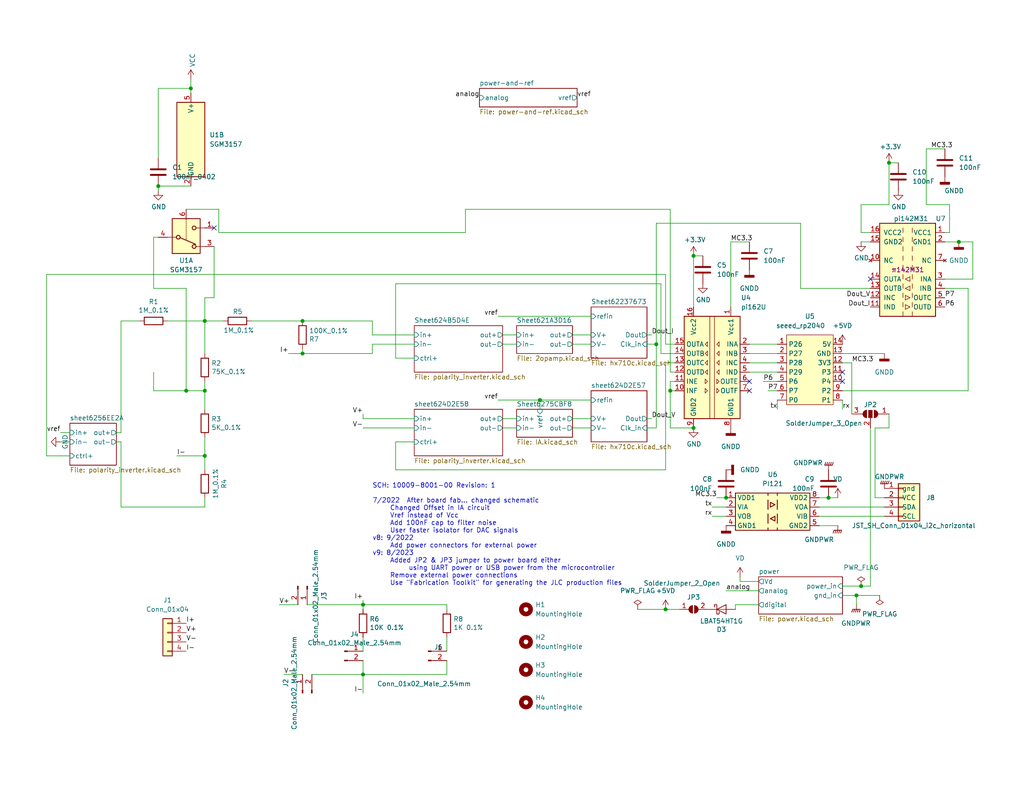
<source format=kicad_sch>
(kicad_sch (version 20230121) (generator eeschema)
  (paper "USLetter")
  (title_block (title "square lockin") (date "2023-08-21") (rev "9") (company "Boulder, CO 80305") (comment 1 "325 Broadway") (comment 2 "NIST") (comment 3 "Sae Woo Nam"))
  (lib_symbols
    (symbol "0JLC-6:100K_0.1%" (pin_numbers hide) (pin_names (offset 0))
      (property "Reference" "R" (at 2.032 0 90))
      (property "Value" "100K_0.1%" (at 0 0 90))
      (symbol "100K_0.1%_1_1"
        (pin passive line (at 0 3.81 270) (length 1.27) (name "~") (number "1"))
        (pin passive line (at 0 -3.81 90) (length 1.27) (name "~") (number "2"))
      )
    )
    (symbol "0JLC-6:100nF_0402" (pin_numbers hide) (pin_names (offset 0.254))
      (property "Reference" "C" (at 0.635 2.54 0))
      (property "Value" "100nF_0402" (at 0.635 -2.54 0))
      (symbol "100nF_0402_1_1"
        (pin passive line (at 0 3.81 270) (length 2.794) (name "~") (number "1"))
        (pin passive line (at 0 -3.81 90) (length 2.794) (name "~") (number "2"))
      )
    )
    (symbol "0JLC-6:10K" (pin_numbers hide) (pin_names (offset 0))
      (property "Reference" "R" (at 2.032 0 90))
      (property "Value" "10K" (at 0 0 90))
      (symbol "10K_1_1"
        (pin passive line (at 0 3.81 270) (length 1.27) (name "~") (number "1"))
        (pin passive line (at 0 -3.81 90) (length 1.27) (name "~") (number "2"))
      )
    )
    (symbol "0JLC-6:1K" (pin_numbers hide) (pin_names (offset 0))
      (property "Reference" "R" (at 2.032 0 90))
      (property "Value" "1K" (at 0 0 90))
      (symbol "1K_1_1"
        (pin passive line (at 0 3.81 270) (length 1.27) (name "~") (number "1"))
        (pin passive line (at 0 -3.81 90) (length 1.27) (name "~") (number "2"))
      )
    )
    (symbol "0JLC-6:1M_0.1%" (pin_numbers hide) (pin_names (offset 0))
      (property "Reference" "R" (at 2.032 0 90))
      (property "Value" "1M_0.1%" (at 0 0 90))
      (symbol "1M_0.1%_1_1"
        (pin passive line (at 0 3.81 270) (length 1.27) (name "~") (number "1"))
        (pin passive line (at 0 -3.81 90) (length 1.27) (name "~") (number "2"))
      )
    )
    (symbol "0JLC-6:5K_0.1%" (pin_numbers hide) (pin_names (offset 0))
      (property "Reference" "R" (at 2.032 0 90))
      (property "Value" "5K_0.1%" (at 0 0 90))
      (symbol "5K_0.1%_1_1"
        (pin passive line (at 0 3.81 270) (length 1.27) (name "~") (number "1"))
        (pin passive line (at 0 -3.81 90) (length 1.27) (name "~") (number "2"))
      )
    )
    (symbol "0JLC-6:75K_0.1%" (pin_numbers hide) (pin_names (offset 0))
      (property "Reference" "R" (at 2.032 0 90))
      (property "Value" "75K_0.1%" (at 0 0 90))
      (symbol "75K_0.1%_1_1"
        (pin passive line (at 0 3.81 270) (length 1.27) (name "~") (number "1"))
        (pin passive line (at 0 -3.81 90) (length 1.27) (name "~") (number "2"))
      )
    )
    (symbol "0JLC-6:Conn_01x02_Male_2.54mm" (pin_names (offset 1.016) hide)
      (property "Reference" "J" (at 0 2.54 0))
      (property "Value" "Conn_01x02_Male_2.54mm" (at 0 -5.08 0))
      (symbol "Conn_01x02_Male_2.54mm_1_1"
        (pin passive line (at 5.08 0 180) (length 3.81) (name "Pin_1") (number "1"))
        (pin passive line (at 5.08 -2.54 180) (length 3.81) (name "Pin_2") (number "2"))
      )
    )
    (symbol "0JLC-6:JST_SH_Conn_01x04_i2c_horizontal" (pin_names (offset 1.016))
      (property "Reference" "J" (at 0 5.08 0))
      (property "Value" "JST_SH_Conn_01x04_i2c_horizontal" (at 0 -7.62 0))
      (symbol "JST_SH_Conn_01x04_i2c_horizontal_1_1"
        (pin passive line (at -5.08 2.54 0) (length 3.81) (name "gnd") (number "1"))
        (pin passive line (at -5.08 0 0) (length 3.81) (name "VCC") (number "2"))
        (pin passive line (at -5.08 -2.54 0) (length 3.81) (name "SDA") (number "3"))
        (pin passive line (at -5.08 -5.08 0) (length 3.81) (name "SCL") (number "4"))
      )
    )
    (symbol "0JLC-6:PI121"
      (property "Reference" "U" (at -8.89 6.35 0))
      (property "Value" "PI121" (at 1.27 6.35 0))
      (symbol "PI121_1_1"
        (pin power_in line (at -12.7 3.81 0) (length 2.54) (name "VDD1") (number "1"))
        (pin input line (at -12.7 1.27 0) (length 2.54) (name "VIA") (number "2"))
        (pin output line (at -12.7 -1.27 0) (length 2.54) (name "VOB") (number "3"))
        (pin power_in line (at -12.7 -3.81 0) (length 2.54) (name "GND1") (number "4"))
        (pin power_in line (at 12.7 -3.81 180) (length 2.54) (name "GND2") (number "5"))
        (pin input line (at 12.7 -1.27 180) (length 2.54) (name "VIB") (number "6"))
        (pin output line (at 12.7 1.27 180) (length 2.54) (name "VOA") (number "7"))
        (pin power_in line (at 12.7 3.81 180) (length 2.54) (name "VDD2") (number "8"))
      )
    )
    (symbol "0JLC-6:pi142x3x" (pin_names (offset 1.016))
      (property "Reference" "U?" (at 0 17.78 0))
      (property "Value" "pi142x3x" (at 0 15.24 0))
      (property "MPN" "π142M31" (at 0 0 0))
      (symbol "pi142x3x_1_1"
        (pin power_in line (at -10.16 10.16 0) (length 2.54) (name "VCC1") (number "1"))
        (pin no_connect line (at 10.16 2.54 180) (length 2.54) (name "NC") (number "10"))
        (pin input line (at 10.16 -10.16 180) (length 2.54) (name "IND") (number "11"))
        (pin input line (at 10.16 -7.62 180) (length 2.54) (name "INC") (number "12"))
        (pin output line (at 10.16 -5.08 180) (length 2.54) (name "OUTB") (number "13"))
        (pin output line (at 10.16 -2.54 180) (length 2.54) (name "OUTA") (number "14"))
        (pin power_in line (at 10.16 7.62 180) (length 2.54) (name "GND2") (number "15"))
        (pin power_in line (at 10.16 10.16 180) (length 2.54) (name "VCC2") (number "16"))
        (pin power_in line (at -10.16 7.62 0) (length 2.54) (name "GND1") (number "2"))
        (pin input line (at -10.16 -2.54 0) (length 2.54) (name "INA") (number "3"))
        (pin input line (at -10.16 -5.08 0) (length 2.54) (name "INB") (number "4"))
        (pin output line (at -10.16 -7.62 0) (length 2.54) (name "OUTC") (number "5"))
        (pin output line (at -10.16 -10.16 0) (length 2.54) (name "OUTD") (number "6"))
        (pin no_connect line (at -10.16 2.54 0) (length 2.54) (name "NC") (number "7"))
        (pin passive line (at -10.16 7.62 0) (length 2.54) hide (name "GND1") (number "8"))
        (pin passive line (at 10.16 7.62 180) (length 2.54) hide (name "GND2") (number "9"))
      )
    )
    (symbol "0JLC-7:100nF" (pin_numbers hide) (pin_names (offset 0.254))
      (property "Reference" "C8" (at -3.81 -1.2701 0))
      (property "Value" "100nF" (at -3.81 1.2699 0))
      (symbol "100nF_1_1"
        (pin passive line (at 0 3.81 270) (length 2.794) (name "~") (number "1"))
        (pin passive line (at 0 -3.81 90) (length 2.794) (name "~") (number "2"))
      )
    )
    (symbol "0JLC-7:LBAT54HT1G" (pin_numbers hide) (pin_names (offset 1.016) hide)
      (property "Reference" "D1" (at -1.27 -2.54 0))
      (property "Value" "LBAT54HT1G" (at -5.08 2.54 0))
      (symbol "LBAT54HT1G_1_1"
        (pin passive line (at -3.81 0 0) (length 2.54) (name "K") (number "1"))
        (pin passive line (at 3.81 0 180) (length 2.54) (name "A") (number "2"))
      )
    )
    (symbol "0JLC-7:SGM3157" (pin_names (offset 0.127))
      (property "Reference" "U1" (at 0 5.08 0))
      (property "Value" "SGM3157" (at 0 7.62 0))
      (property "LCSC" "C394901" (at 0 0 0))
      (symbol "SGM3157_1_1"
        (pin passive line (at 7.62 -5.08 180) (length 2.54) (name "~") (number "1"))
        (pin passive line (at 7.62 0 180) (length 2.54) (name "~") (number "3"))
        (pin passive line (at -7.62 -2.54 0) (length 2.54) (name "~") (number "4"))
        (pin input line (at 0 -10.16 90) (length 2.54) (name "~") (number "6"))
      )
      (symbol "SGM3157_2_0"
        (pin power_in line (at 0 -12.7 90) (length 2.54) (name "GND") (number "2"))
        (pin power_in line (at 0 12.7 270) (length 2.54) (name "V+") (number "5"))
      )
    )
    (symbol "Analog_Switch:NC7SB3157P6X" (pin_names (offset 0.127))
      (property "Reference" "U" (at -3.175 4.699 0))
      (property "Value" "NC7SB3157P6X" (at -3.175 2.921 0))
      (symbol "NC7SB3157P6X_1_1"
        (pin passive line (at 7.62 -5.08 180) (length 2.54) (name "~") (number "1"))
        (pin passive line (at 7.62 0 180) (length 2.54) (name "~") (number "3"))
        (pin passive line (at -7.62 -2.54 0) (length 2.54) (name "~") (number "4"))
        (pin input line (at 0 -10.16 90) (length 2.54) (name "~") (number "6"))
      )
      (symbol "NC7SB3157P6X_2_0"
        (pin power_in line (at 0 -12.7 90) (length 2.54) (name "GND") (number "2"))
        (pin power_in line (at 0 12.7 270) (length 2.54) (name "V+") (number "5"))
      )
    )
    (symbol "Connector_Generic:Conn_01x04" (pin_names (offset 1.016) hide)
      (property "Reference" "J" (at 0 5.08 0))
      (property "Value" "Conn_01x04" (at 0 -7.62 0))
      (symbol "Conn_01x04_1_1"
        (pin passive line (at -5.08 2.54 0) (length 3.81) (name "Pin_1") (number "1"))
        (pin passive line (at -5.08 0 0) (length 3.81) (name "Pin_2") (number "2"))
        (pin passive line (at -5.08 -2.54 0) (length 3.81) (name "Pin_3") (number "3"))
        (pin passive line (at -5.08 -5.08 0) (length 3.81) (name "Pin_4") (number "4"))
      )
    )
    (symbol "Isolator:ISO7762DW"
      (property "Reference" "U" (at 8.255 14.605 0))
      (property "Value" "ISO7762DW" (at 8.255 12.065 0))
      (symbol "ISO7762DW_1_1"
        (pin power_in line (at -5.08 17.78 270) (length 2.54) (name "Vcc1") (number "1"))
        (pin input line (at 10.16 -5.08 180) (length 2.54) (name "INF") (number "10"))
        (pin input line (at 10.16 -2.54 180) (length 2.54) (name "INE") (number "11"))
        (pin output line (at 10.16 0 180) (length 2.54) (name "OUTD") (number "12"))
        (pin output line (at 10.16 2.54 180) (length 2.54) (name "OUTC") (number "13"))
        (pin output line (at 10.16 5.08 180) (length 2.54) (name "OUTB") (number "14"))
        (pin output line (at 10.16 7.62 180) (length 2.54) (name "OUTA") (number "15"))
        (pin power_in line (at 5.08 17.78 270) (length 2.54) (name "Vcc2") (number "16"))
        (pin input line (at -10.16 7.62 0) (length 2.54) (name "INA") (number "2"))
        (pin input line (at -10.16 5.08 0) (length 2.54) (name "INB") (number "3"))
        (pin input line (at -10.16 2.54 0) (length 2.54) (name "INC") (number "4"))
        (pin input line (at -10.16 0 0) (length 2.54) (name "IND") (number "5"))
        (pin output line (at -10.16 -2.54 0) (length 2.54) (name "OUTE") (number "6"))
        (pin output line (at -10.16 -5.08 0) (length 2.54) (name "OUTF") (number "7"))
        (pin power_in line (at -5.08 -15.24 90) (length 2.54) (name "GND1") (number "8"))
        (pin power_in line (at 5.08 -15.24 90) (length 2.54) (name "GND2") (number "9"))
      )
    )
    (symbol "Jumper:SolderJumper_2_Open" (pin_names (offset 0) hide)
      (property "Reference" "JP" (at 0 2.032 0))
      (property "Value" "SolderJumper_2_Open" (at 0 -2.54 0))
      (symbol "SolderJumper_2_Open_1_1"
        (pin passive line (at -3.81 0 0) (length 2.54) (name "A") (number "1"))
        (pin passive line (at 3.81 0 180) (length 2.54) (name "B") (number "2"))
      )
    )
    (symbol "Jumper:SolderJumper_3_Open" (pin_names (offset 0) hide)
      (property "Reference" "JP" (at -2.54 -2.54 0))
      (property "Value" "SolderJumper_3_Open" (at 0 2.794 0))
      (symbol "SolderJumper_3_Open_1_1"
        (pin passive line (at -5.08 0 0) (length 2.54) (name "A") (number "1"))
        (pin passive line (at 0 -3.81 90) (length 2.54) (name "C") (number "2"))
        (pin passive line (at 5.08 0 180) (length 2.54) (name "B") (number "3"))
      )
    )
    (symbol "Mechanical:MountingHole" (pin_names (offset 1.016))
      (property "Reference" "H" (at 0 5.08 0))
      (property "Value" "MountingHole" (at 0 3.175 0))
    )
    (symbol "power:+3.3V" (power) (pin_names (offset 0))
      (property "Value" "+3.3V" (at 0 3.556 0))
      (symbol "+3.3V_1_1"
        (pin power_in line (at 0 0 90) (length 0) hide (name "+3.3V") (number "1"))
      )
    )
    (symbol "power:+5VD" (power) (pin_names (offset 0))
      (property "Value" "+5VD" (at 0 3.556 0))
      (symbol "+5VD_1_1"
        (pin power_in line (at 0 0 90) (length 0) hide (name "+5VD") (number "1"))
      )
    )
    (symbol "power:GND" (power) (pin_names (offset 0))
      (property "Value" "GND" (at 0 -3.81 0))
      (symbol "GND_1_1"
        (pin power_in line (at 0 0 270) (length 0) hide (name "GND") (number "1"))
      )
    )
    (symbol "power:GNDD" (power) (pin_names (offset 0))
      (property "Value" "GNDD" (at 0 -3.175 0))
      (symbol "GNDD_1_1"
        (pin power_in line (at 0 0 270) (length 0) hide (name "GNDD") (number "1"))
      )
    )
    (symbol "power:GNDPWR" (power) (pin_names (offset 0))
      (property "Value" "GNDPWR" (at 0 -3.302 0))
      (symbol "GNDPWR_1_1"
        (pin power_in line (at 0 0 270) (length 0) hide (name "GNDPWR") (number "1"))
      )
    )
    (symbol "power:PWR_FLAG" (power) (pin_numbers hide) (pin_names (offset 0) hide)
      (property "Value" "PWR_FLAG" (at 0 3.81 0))
      (symbol "PWR_FLAG_0_0"
        (pin power_out line (at 0 0 90) (length 0) (name "pwr") (number "1"))
      )
    )
    (symbol "power:VCC" (power) (pin_names (offset 0))
      (property "Value" "VCC" (at 0 3.81 0))
      (symbol "VCC_1_1"
        (pin power_in line (at 0 0 90) (length 0) hide (name "VCC") (number "1"))
      )
    )
    (symbol "power:VD" (power) (pin_names (offset 0))
      (property "Value" "VD" (at 0 3.81 0))
      (symbol "VD_1_1"
        (pin power_in line (at 0 0 90) (length 0) hide (name "VD") (number "1"))
      )
    )
    (symbol "schematic_library:seeed_rp2040"
      (property "Reference" "U" (at -2.54 1.27 0))
      (property "Value" "seeed_rp2040" (at 0 3.81 0))
      (symbol "seeed_rp2040_1_1"
        (pin bidirectional line (at -8.89 -2.54 0) (length 2.54) (name "P26") (number "1"))
        (pin bidirectional line (at 8.89 -12.7 180) (length 2.54) (name "P4") (number "10"))
        (pin bidirectional line (at 8.89 -10.16 180) (length 2.54) (name "P3") (number "11"))
        (pin power_out line (at 8.89 -7.62 180) (length 2.54) (name "3V3") (number "12"))
        (pin passive line (at 8.89 -5.08 180) (length 2.54) (name "GND") (number "13"))
        (pin passive line (at 8.89 -2.54 180) (length 2.54) (name "5V") (number "14"))
        (pin bidirectional line (at -8.89 -5.08 0) (length 2.54) (name "P27") (number "2"))
        (pin bidirectional line (at -8.89 -7.62 0) (length 2.54) (name "P28") (number "3"))
        (pin bidirectional line (at -8.89 -10.16 0) (length 2.54) (name "P29") (number "4"))
        (pin bidirectional line (at -8.89 -12.7 0) (length 2.54) (name "P6") (number "5"))
        (pin bidirectional line (at -8.89 -15.24 0) (length 2.54) (name "P7") (number "6"))
        (pin bidirectional line (at -8.89 -17.78 0) (length 2.54) (name "P0") (number "7"))
        (pin bidirectional line (at 8.89 -17.78 180) (length 2.54) (name "P1") (number "8"))
        (pin bidirectional line (at 8.89 -15.24 180) (length 2.54) (name "P2") (number "9"))
      )
    )
  )
  (junction (at 242.57 44.45))
  (junction (at 182.88 106.68))
  (junction (at 82.55 87.63))
  (junction (at 99.06 184.15))
  (junction (at 233.68 162.56))
  (junction (at 198.12 135.89))
  (junction (at 261.62 66.04))
  (junction (at 55.88 87.63))
  (junction (at 43.18 50.8))
  (junction (at 99.06 165.1))
  (junction (at 147.32 109.22))
  (junction (at 52.07 24.13))
  (junction (at 55.88 124.46))
  (junction (at 179.07 93.98))
  (junction (at 189.23 116.84))
  (junction (at 50.8 106.68))
  (junction (at 55.88 106.68))
  (junction (at 181.61 166.37))
  (junction (at 82.55 96.52))
  (junction (at 189.23 69.85))
  (junction (at 226.06 135.89))
  (junction (at 234.95 160.02))
  (no_connect (at 58.42 62.23))
  (no_connect (at 229.87 104.14))
  (no_connect (at 229.87 101.6))
  (no_connect (at 237.49 76.2))
  (no_connect (at 204.47 104.14))
  (no_connect (at 204.47 106.68))
  (wire (pts (xy 121.92 165.1) (xy 121.92 166.37)))
  (wire (pts (xy 77.47 184.15) (xy 82.55 184.15)))
  (wire (pts (xy 176.53 93.98) (xy 179.07 93.98)))
  (wire (pts (xy 147.32 109.22) (xy 147.32 111.76)))
  (wire (pts (xy 194.31 140.97) (xy 198.12 140.97)))
  (wire (pts (xy 237.49 116.84) (xy 237.49 160.02)))
  (wire (pts (xy 137.16 116.84) (xy 140.97 116.84)))
  (wire (pts (xy 259.08 55.88) (xy 259.08 63.5)))
  (wire (pts (xy 33.02 120.65) (xy 33.02 138.43)))
  (wire (pts (xy 201.93 157.48) (xy 201.93 158.75)))
  (wire (pts (xy 12.7 74.93) (xy 181.61 74.93)))
  (wire (pts (xy 52.07 24.13) (xy 52.07 25.4)))
  (wire (pts (xy 176.53 114.3) (xy 177.8 114.3)))
  (wire (pts (xy 181.61 166.37) (xy 185.42 166.37)))
  (wire (pts (xy 99.06 180.34) (xy 99.06 184.15)))
  (wire (pts (xy 33.02 87.63) (xy 33.02 118.11)))
  (wire (pts (xy 199.39 66.04) (xy 204.47 66.04)))
  (wire (pts (xy 121.92 173.99) (xy 121.92 177.8)))
  (wire (pts (xy 113.03 93.98) (xy 101.6 93.98)))
  (wire (pts (xy 121.92 184.15) (xy 99.06 184.15)))
  (wire (pts (xy 265.43 76.2) (xy 265.43 66.04)))
  (wire (pts (xy 82.55 95.25) (xy 82.55 96.52)))
  (wire (pts (xy 179.07 93.98) (xy 179.07 116.84)))
  (wire (pts (xy 101.6 93.98) (xy 101.6 96.52)))
  (wire (pts (xy 50.8 78.74) (xy 41.91 78.74)))
  (wire (pts (xy 182.88 57.15) (xy 182.88 101.6)))
  (wire (pts (xy 52.07 21.59) (xy 52.07 24.13)))
  (wire (pts (xy 101.6 96.52) (xy 82.55 96.52)))
  (wire (pts (xy 233.68 162.56) (xy 240.03 162.56)))
  (wire (pts (xy 99.06 184.15) (xy 99.06 189.23)))
  (wire (pts (xy 234.95 160.02) (xy 237.49 160.02)))
  (wire (pts (xy 107.95 128.27) (xy 107.95 120.65)))
  (wire (pts (xy 55.88 81.28) (xy 55.88 87.63)))
  (wire (pts (xy 107.95 128.27) (xy 181.61 128.27)))
  (wire (pts (xy 180.34 77.47) (xy 107.95 77.47)))
  (wire (pts (xy 212.09 109.22) (xy 212.09 111.76)))
  (wire (pts (xy 113.03 114.3) (xy 99.06 114.3)))
  (wire (pts (xy 200.66 165.1) (xy 200.66 166.37)))
  (wire (pts (xy 33.02 138.43) (xy 55.88 138.43)))
  (wire (pts (xy 179.07 116.84) (xy 176.53 116.84)))
  (wire (pts (xy 55.88 87.63) (xy 55.88 96.52)))
  (wire (pts (xy 59.69 63.5) (xy 127 63.5)))
  (wire (pts (xy 48.26 124.46) (xy 55.88 124.46)))
  (wire (pts (xy 41.91 64.77) (xy 43.18 64.77)))
  (wire (pts (xy 19.05 124.46) (xy 12.7 124.46)))
  (wire (pts (xy 55.88 104.14) (xy 55.88 106.68)))
  (wire (pts (xy 209.55 106.68) (xy 212.09 106.68)))
  (wire (pts (xy 127 57.15) (xy 182.88 57.15)))
  (wire (pts (xy 41.91 78.74) (xy 41.91 64.77)))
  (wire (pts (xy 137.16 114.3) (xy 140.97 114.3)))
  (wire (pts (xy 229.87 96.52) (xy 241.3 96.52)))
  (wire (pts (xy 242.57 113.03) (xy 242.57 116.84)))
  (wire (pts (xy 198.12 161.29) (xy 207.01 161.29)))
  (wire (pts (xy 55.88 87.63) (xy 60.96 87.63)))
  (wire (pts (xy 264.16 78.74) (xy 264.16 106.68)))
  (wire (pts (xy 194.31 138.43) (xy 198.12 138.43)))
  (wire (pts (xy 127 63.5) (xy 127 57.15)))
  (wire (pts (xy 233.68 162.56) (xy 233.68 165.1)))
  (wire (pts (xy 43.18 50.8) (xy 43.18 52.07)))
  (wire (pts (xy 189.23 69.85) (xy 191.77 69.85)))
  (wire (pts (xy 218.44 60.96) (xy 179.07 60.96)))
  (wire (pts (xy 180.34 96.52) (xy 180.34 77.47)))
  (wire (pts (xy 229.87 106.68) (xy 264.16 106.68)))
  (wire (pts (xy 99.06 165.1) (xy 99.06 166.37)))
  (wire (pts (xy 99.06 114.3) (xy 99.06 113.03)))
  (wire (pts (xy 55.88 106.68) (xy 55.88 111.76)))
  (wire (pts (xy 33.02 87.63) (xy 38.1 87.63)))
  (wire (pts (xy 45.72 87.63) (xy 55.88 87.63)))
  (wire (pts (xy 173.99 166.37) (xy 181.61 166.37)))
  (wire (pts (xy 181.61 99.06) (xy 184.15 99.06)))
  (wire (pts (xy 226.06 135.89) (xy 228.6 135.89)))
  (wire (pts (xy 208.28 104.14) (xy 212.09 104.14)))
  (wire (pts (xy 43.18 43.18) (xy 43.18 24.13)))
  (wire (pts (xy 232.41 113.03) (xy 232.41 99.06)))
  (wire (pts (xy 201.93 158.75) (xy 207.01 158.75)))
  (wire (pts (xy 257.81 78.74) (xy 264.16 78.74)))
  (wire (pts (xy 242.57 44.45) (xy 245.11 44.45)))
  (wire (pts (xy 99.06 173.99) (xy 99.06 177.8)))
  (wire (pts (xy 99.06 116.84) (xy 113.03 116.84)))
  (wire (pts (xy 137.16 93.98) (xy 140.97 93.98)))
  (wire (pts (xy 252.73 40.64) (xy 252.73 55.88)))
  (wire (pts (xy 161.29 109.22) (xy 147.32 109.22)))
  (wire (pts (xy 147.32 109.22) (xy 135.89 109.22)))
  (wire (pts (xy 238.76 116.84) (xy 242.57 116.84)))
  (wire (pts (xy 101.6 87.63) (xy 101.6 91.44)))
  (wire (pts (xy 161.29 86.36) (xy 135.89 86.36)))
  (wire (pts (xy 257.81 76.2) (xy 265.43 76.2)))
  (wire (pts (xy 184.15 104.14) (xy 182.88 104.14)))
  (wire (pts (xy 229.87 160.02) (xy 234.95 160.02)))
  (wire (pts (xy 229.87 109.22) (xy 229.87 111.76)))
  (wire (pts (xy 257.81 66.04) (xy 261.62 66.04)))
  (wire (pts (xy 68.58 87.63) (xy 82.55 87.63)))
  (wire (pts (xy 181.61 74.93) (xy 181.61 93.98)))
  (wire (pts (xy 223.52 135.89) (xy 226.06 135.89)))
  (wire (pts (xy 181.61 93.98) (xy 184.15 93.98)))
  (wire (pts (xy 161.29 114.3) (xy 156.21 114.3)))
  (wire (pts (xy 237.49 78.74) (xy 218.44 78.74)))
  (wire (pts (xy 99.06 165.1) (xy 121.92 165.1)))
  (wire (pts (xy 52.07 50.8) (xy 43.18 50.8)))
  (wire (pts (xy 50.8 106.68) (xy 50.8 78.74)))
  (wire (pts (xy 58.42 67.31) (xy 58.42 81.28)))
  (wire (pts (xy 182.88 106.68) (xy 184.15 106.68)))
  (wire (pts (xy 55.88 124.46) (xy 55.88 128.27)))
  (wire (pts (xy 156.21 93.98) (xy 161.29 93.98)))
  (wire (pts (xy 218.44 78.74) (xy 218.44 60.96)))
  (wire (pts (xy 50.8 106.68) (xy 55.88 106.68)))
  (wire (pts (xy 184.15 101.6) (xy 182.88 101.6)))
  (wire (pts (xy 204.47 101.6) (xy 212.09 101.6)))
  (wire (pts (xy 229.87 162.56) (xy 233.68 162.56)))
  (wire (pts (xy 182.88 106.68) (xy 182.88 116.84)))
  (wire (pts (xy 31.75 120.65) (xy 33.02 120.65)))
  (wire (pts (xy 107.95 120.65) (xy 113.03 120.65)))
  (wire (pts (xy 184.15 96.52) (xy 180.34 96.52)))
  (wire (pts (xy 238.76 135.89) (xy 238.76 116.84)))
  (wire (pts (xy 223.52 143.51) (xy 228.6 143.51)))
  (wire (pts (xy 241.3 135.89) (xy 238.76 135.89)))
  (wire (pts (xy 161.29 91.44) (xy 156.21 91.44)))
  (wire (pts (xy 181.61 128.27) (xy 181.61 99.06)))
  (wire (pts (xy 81.28 165.1) (xy 76.2 165.1)))
  (wire (pts (xy 99.06 163.83) (xy 99.06 165.1)))
  (wire (pts (xy 242.57 44.45) (xy 242.57 55.88)))
  (wire (pts (xy 50.8 57.15) (xy 59.69 57.15)))
  (wire (pts (xy 223.52 140.97) (xy 241.3 140.97)))
  (wire (pts (xy 259.08 63.5) (xy 257.81 63.5)))
  (wire (pts (xy 31.75 118.11) (xy 33.02 118.11)))
  (wire (pts (xy 234.95 66.04) (xy 237.49 66.04)))
  (wire (pts (xy 41.91 101.6) (xy 41.91 106.68)))
  (wire (pts (xy 234.95 55.88) (xy 242.57 55.88)))
  (wire (pts (xy 16.51 118.11) (xy 19.05 118.11)))
  (wire (pts (xy 82.55 87.63) (xy 101.6 87.63)))
  (wire (pts (xy 204.47 99.06) (xy 212.09 99.06)))
  (wire (pts (xy 107.95 97.79) (xy 113.03 97.79)))
  (wire (pts (xy 41.91 106.68) (xy 50.8 106.68)))
  (wire (pts (xy 121.92 180.34) (xy 121.92 184.15)))
  (wire (pts (xy 237.49 63.5) (xy 234.95 63.5)))
  (wire (pts (xy 107.95 77.47) (xy 107.95 97.79)))
  (wire (pts (xy 177.8 91.44) (xy 176.53 91.44)))
  (wire (pts (xy 199.39 66.04) (xy 199.39 83.82)))
  (wire (pts (xy 179.07 60.96) (xy 179.07 93.98)))
  (wire (pts (xy 58.42 81.28) (xy 55.88 81.28)))
  (wire (pts (xy 252.73 55.88) (xy 259.08 55.88)))
  (wire (pts (xy 204.47 96.52) (xy 212.09 96.52)))
  (wire (pts (xy 55.88 119.38) (xy 55.88 124.46)))
  (wire (pts (xy 43.18 24.13) (xy 52.07 24.13)))
  (wire (pts (xy 195.58 135.89) (xy 198.12 135.89)))
  (wire (pts (xy 229.87 99.06) (xy 232.41 99.06)))
  (wire (pts (xy 234.95 63.5) (xy 234.95 55.88)))
  (wire (pts (xy 156.21 116.84) (xy 161.29 116.84)))
  (wire (pts (xy 85.09 184.15) (xy 99.06 184.15)))
  (wire (pts (xy 59.69 57.15) (xy 59.69 63.5)))
  (wire (pts (xy 83.82 165.1) (xy 99.06 165.1)))
  (wire (pts (xy 223.52 138.43) (xy 241.3 138.43)))
  (wire (pts (xy 78.74 96.52) (xy 82.55 96.52)))
  (wire (pts (xy 55.88 135.89) (xy 55.88 138.43)))
  (wire (pts (xy 252.73 40.64) (xy 257.81 40.64)))
  (wire (pts (xy 101.6 91.44) (xy 113.03 91.44)))
  (wire (pts (xy 189.23 69.85) (xy 189.23 83.82)))
  (wire (pts (xy 265.43 66.04) (xy 261.62 66.04)))
  (wire (pts (xy 182.88 116.84) (xy 189.23 116.84)))
  (wire (pts (xy 137.16 91.44) (xy 140.97 91.44)))
  (wire (pts (xy 12.7 124.46) (xy 12.7 74.93)))
  (wire (pts (xy 204.47 93.98) (xy 212.09 93.98)))
  (wire (pts (xy 207.01 165.1) (xy 200.66 165.1)))
  (wire (pts (xy 16.51 120.65) (xy 19.05 120.65)))
  (wire (pts (xy 182.88 104.14) (xy 182.88 106.68)))
  (text "SCH: 10009-8001-00 Revision: 1\n\n7/2022  After board fab... changed schematic \n	Changed Offset in IA circuit\n   	Vref instead of Vcc\n   	Add 100nF cap to filter noise\n	User faster isolator for DAC signals\nv8: 9/2022\n	Add power connectors for external power\nv9: 8/2023\n	Added JP2 & JP3 jumper to power board either \n     	using UART power or USB power from the microcontroller\n	Remove external power connections\n	Use \"Fabrication Toolkit\" for generating the JLC production files" (at 101.6 160.02 0) (effects (font (size 1.27 1.27)) (justify left bottom)))
  (label "Dout_V" (at 237.49 81.28 180))
  (label "vref" (at 135.89 86.36 180))
  (label "I-" (at 50.8 177.8 0))
  (label "Dout_I" (at 177.8 91.44 0))
  (label "V-" (at 99.06 116.84 180))
  (label "P7" (at 209.55 106.68 0))
  (label "MC3.3" (at 199.39 66.04 0))
  (label "analog" (at 198.12 161.29 0))
  (label "V+" (at 99.06 113.03 180))
  (label "I+" (at 99.06 163.83 180))
  (label "I+" (at 78.74 96.52 180))
  (label "tx" (at 194.31 138.43 180))
  (label "rx" (at 194.31 140.97 180))
  (label "V-" (at 77.47 184.15 0))
  (label "I-" (at 48.26 124.46 0))
  (label "Dout_V" (at 177.8 114.3 0))
  (label "I+" (at 50.8 170.18 0))
  (label "analog" (at 130.81 26.67 180))
  (label "MC3.3" (at 254 40.64 0))
  (label "vref" (at 16.51 118.11 180))
  (label "V-" (at 50.8 175.26 0))
  (label "P7" (at 257.81 81.28 0))
  (label "vref" (at 135.89 109.22 180))
  (label "P6" (at 208.28 104.14 0))
  (label "Dout_I" (at 237.49 83.82 180))
  (label "rx" (at 229.87 111.76 0))
  (label "I-" (at 99.06 189.23 180))
  (label "V+" (at 76.2 165.1 0))
  (label "P6" (at 257.81 83.82 0))
  (label "vref" (at 157.48 26.67 0))
  (label "V+" (at 50.8 172.72 0))
  (label "tx" (at 212.09 111.76 180))
  (label "MC3.3" (at 195.58 135.89 180))
  (label "MC3.3" (at 232.41 99.06 0))
  (symbol (lib_id "0JLC-6:1M_0.1%") (at 41.91 87.63 270) (unit 1)
    (property "Reference" "R1" (at 41.91 82.3722 90))
    (property "Value" "1M_0.1%" (at 41.91 84.6836 90))
    (property "Footprint" "Resistor_SMD:R_1206_3216Metric_Pad1.30x1.75mm_HandSolder" (effects hide))
    (property "LCSC" "C2984499" (effects hide))
    (property "MPN" "ARG06BTC1004" (effects hide))
  )
  (symbol (lib_id "0JLC-6:1M_0.1%") (at 55.88 132.08 180) (unit 1)
    (property "Reference" "R4" (at 61.1378 132.08 90))
    (property "Value" "1M_0.1%" (at 58.8264 132.08 90))
    (property "Footprint" "Resistor_SMD:R_1206_3216Metric_Pad1.30x1.75mm_HandSolder" (effects hide))
    (property "LCSC" "C2984499" (effects hide))
    (property "MPN" "ARG06BTC1004" (effects hide))
  )
  (symbol (lib_id "0JLC-6:1M_0.1%") (at 64.77 87.63 270) (unit 1)
    (property "Reference" "R5" (at 63.5 85.09 90) (effects (justify left)))
    (property "Value" "1M_0.1%" (at 60.96 90.17 90) (effects (justify left)))
    (property "Footprint" "Resistor_SMD:R_1206_3216Metric_Pad1.30x1.75mm_HandSolder" (effects hide))
    (property "LCSC" "C2984499" (effects hide))
    (property "MPN" "ARG06BTC1004" (effects hide))
  )
  (symbol (lib_id "0JLC-6:75K_0.1%") (at 55.88 100.33 0) (unit 1)
    (property "Reference" "R2" (at 57.658 99.1616 0) (effects (justify left)))
    (property "Value" "75K_0.1%" (at 57.658 101.473 0) (effects (justify left)))
    (property "Footprint" "Resistor_SMD:R_0805_2012Metric_Pad1.20x1.40mm_HandSolder" (effects hide))
    (property "MPN" "TC0525B7502T5E" (effects hide))
    (property "LCSC" "C111588" (effects hide))
  )
  (symbol (lib_id "0JLC-6:10K") (at 99.06 170.18 0) (unit 1)
    (property "Reference" "R6" (at 100.838 169.0116 0) (effects (justify left)))
    (property "Value" "10K 0.1%" (at 100.838 171.323 0) (effects (justify left)))
    (property "Footprint" "Resistor_SMD:R_0603_1608Metric_Pad0.98x0.95mm_HandSolder" (effects hide))
    (property "LCSC" "C723396" (effects hide))
    (property "MPN" "AT0603BRD0710KL" (effects hide))
  )
  (symbol (lib_id "0JLC-6:Conn_01x02_Male_2.54mm") (at 93.98 177.8 0) (unit 1)
    (property "Reference" "J4" (at 96.7232 173.2026 0))
    (property "Value" "Conn_01x02_Male_2.54mm" (at 96.7232 175.514 0))
    (property "Footprint" "Connector_PinHeader_2.54mm:PinHeader_1x02_P2.54mm_Vertical" (effects hide))
    (property "LCSC" "C358684" (effects hide))
    (property "MPN" "MTP125-1102S1" (effects hide))
    (property "JLCPCB Rotation Offset" "90" (effects hide))
    (property "JLCPCB Position Offset" "-1.27, 0" (effects hide))
  )
  (symbol (lib_id "0JLC-6:Conn_01x02_Male_2.54mm") (at 116.84 177.8 0) (unit 1)
    (property "Reference" "J6" (at 118.4148 176.6824 0) (effects (justify left)))
    (property "Value" "Conn_01x02_Male_2.54mm" (at 102.87 186.69 0) (effects (justify left)))
    (property "Footprint" "Connector_PinHeader_2.54mm:PinHeader_1x02_P2.54mm_Vertical" (effects hide))
    (property "LCSC" "C358684" (effects hide))
    (property "MPN" "MTP125-1102S1" (effects hide))
    (property "JLCPCB Rotation Offset" "90" (effects hide))
    (property "JLCPCB Position Offset" "-1.27, 0" (effects hide))
  )
  (symbol (lib_id "power:GND") (at 16.51 120.65 270) (unit 1)
    (property "Reference" "#PWR01" (effects hide))
    (property "Value" "GND" (at 17.78 120.65 0))
  )
  (symbol (lib_id "0JLC-6:5K_0.1%") (at 55.88 115.57 0) (unit 1)
    (property "Reference" "R3" (at 57.658 114.4016 0) (effects (justify left)))
    (property "Value" "5K_0.1%" (at 57.658 116.713 0) (effects (justify left)))
    (property "Footprint" "Resistor_SMD:R_0805_2012Metric_Pad1.20x1.40mm_HandSolder" (effects hide))
    (property "LCSC" "C2828700" (effects hide))
    (property "MPN" "TC0525B5001T5E" (effects hide))
    (property "Field5" "C78980 ; C2828700" (effects hide))
  )
  (symbol (lib_id "0JLC-6:100K_0.1%") (at 82.55 91.44 0) (mirror x) (unit 1)
    (property "Reference" "R7" (at 84.328 92.6084 0) (effects (justify left)))
    (property "Value" "100K_0.1%" (at 84.328 90.297 0) (effects (justify left)))
    (property "Footprint" "Resistor_SMD:R_0603_1608Metric_Pad0.98x0.95mm_HandSolder" (effects hide))
    (property "MPN" "RT0603BRD07100KL" (effects hide))
    (property "LCSC" "C122538" (effects hide))
  )
  (symbol (lib_id "0JLC-6:1K") (at 121.92 170.18 0) (unit 1)
    (property "Reference" "R8" (at 123.698 169.0116 0) (effects (justify left)))
    (property "Value" "1K 0.1%" (at 123.698 171.323 0) (effects (justify left)))
    (property "Footprint" "Resistor_SMD:R_0603_1608Metric_Pad0.98x0.95mm_HandSolder" (effects hide))
    (property "LCSC" "C328422" (effects hide))
    (property "MPN" "PTFR0603B1K00P9" (effects hide))
  )
  (symbol (lib_id "0JLC-6:Conn_01x02_Male_2.54mm") (at 83.82 160.02 270) (unit 1)
    (property "Reference" "J3" (at 88.4174 162.7632 0))
    (property "Value" "Conn_01x02_Male_2.54mm" (at 86.106 162.7632 0))
    (property "Footprint" "Connector_PinHeader_2.54mm:PinHeader_1x02_P2.54mm_Vertical" (effects hide))
    (property "LCSC" "C358684" (effects hide))
    (property "MPN" "MTP125-1102S1" (effects hide))
    (property "JLCPCB Rotation Offset" "90" (effects hide))
    (property "JLCPCB Position Offset" "-1.27, 0" (effects hide))
  )
  (symbol (lib_id "0JLC-6:Conn_01x02_Male_2.54mm") (at 82.55 189.23 90) (unit 1)
    (property "Reference" "J2" (at 77.9526 186.4868 0))
    (property "Value" "Conn_01x02_Male_2.54mm" (at 80.264 186.4868 0))
    (property "Footprint" "Connector_PinHeader_2.54mm:PinHeader_1x02_P2.54mm_Vertical" (effects hide))
    (property "LCSC" "C358684" (effects hide))
    (property "MPN" "MTP125-1102S1" (effects hide))
    (property "JLCPCB Rotation Offset" "90" (effects hide))
    (property "JLCPCB Position Offset" "-1.27, 0" (effects hide))
  )
  (symbol (lib_id "power:+5VD") (at 229.87 93.98 0) (unit 1)
    (property "Reference" "#PWR019" (effects hide))
    (property "Value" "+5VD" (at 229.87 88.9 0))
  )
  (symbol (lib_id "0JLC-6:PI121") (at 210.82 139.7 0) (unit 1)
    (property "Reference" "U6" (at 210.82 129.54 0))
    (property "Value" "PI121" (at 210.82 132.08 0))
    (property "Footprint" "Package_SO:SOIC-8_3.9x4.9mm_P1.27mm" (effects hide))
    (property "Datasheet" "https://datasheet.lcsc.com/lcsc/2001131822_2Pai-Semi-%CF%80121U31_C471589.pdf" (effects hide))
    (property "LCSC" "C471589" (effects hide))
    (property "MPN" "π121U31" (effects hide))
    (property "JLCPCB Rotation Offset" "-90" (effects hide))
  )
  (symbol (lib_id "power:GND") (at 245.11 52.07 0) (unit 1)
    (property "Reference" "#PWR025" (effects hide))
    (property "Value" "GND" (at 245.237 56.4642 0))
  )
  (symbol (lib_id "power:GND") (at 234.95 66.04 0) (unit 1)
    (property "Reference" "#PWR021" (effects hide))
    (property "Value" "GND" (at 235.077 70.4342 0))
  )
  (symbol (lib_id "power:GNDPWR") (at 241.3 133.35 180) (unit 1)
    (property "Reference" "#PWR028" (effects hide))
    (property "Value" "GNDPWR" (at 242.697 130.175 0))
  )
  (symbol (lib_id "power:GNDD") (at 241.3 96.52 0) (unit 1)
    (property "Reference" "#PWR022" (effects hide))
    (property "Value" "GNDD" (at 241.3 101.6 0))
  )
  (symbol (lib_id "power:PWR_FLAG") (at 240.03 162.56 180) (unit 1)
    (property "Reference" "#FLG04" (effects hide))
    (property "Value" "PWR_FLAG" (at 240.03 167.64 0))
  )
  (symbol (lib_id "0JLC-7:SGM3157") (at 50.8 67.31 0) (mirror x) (unit 1)
    (property "Reference" "U1" (at 50.8 71.12 0))
    (property "Value" "SGM3157" (at 50.8 73.66 0))
    (property "Footprint" "Package_TO_SOT_SMD:SOT-363_SC-70-6" (effects hide))
    (property "Datasheet" "https://datasheet.lcsc.com/lcsc/2208251500_UMW-Youtai-Semiconductor-Co---Ltd--SGM3157_C394901.pdf" (effects hide))
    (property "LCSC" "C394901" (effects hide))
    (property "JLCPCB Rotation Offset" "-90" (effects hide))
  )
  (symbol (lib_id "Jumper:SolderJumper_3_Open") (at 237.49 113.03 0) (mirror y) (unit 1) (in_bom no)
    (property "Reference" "JP2" (at 237.49 110.49 0))
    (property "Value" "SolderJumper_3_Open" (at 224.79 115.57 0))
    (property "Footprint" "Jumper:SolderJumper-3_P1.3mm_Open_Pad1.0x1.5mm" (effects hide))
  )
  (symbol (lib_id "Analog_Switch:NC7SB3157P6X") (at 52.07 38.1 0) (unit 2)
    (property "Reference" "U1" (at 57.15 36.83 0) (effects (justify left)))
    (property "Value" "SGM3157" (at 57.15 39.37 0) (effects (justify left)))
    (property "Footprint" "Package_TO_SOT_SMD:SOT-363_SC-70-6" (effects hide))
    (property "Datasheet" "https://www.onsemi.com/pub/Collateral/NC7SB3157-D.PDF" (effects hide))
    (property "JLCPCB Rotation Offset" "-90" (effects hide))
  )
  (symbol (lib_id "0JLC-6:JST_SH_Conn_01x04_i2c_horizontal") (at 246.38 135.89 0) (unit 1)
    (property "Reference" "J8" (at 252.73 135.8899 0) (effects (justify left)))
    (property "Value" "JST_SH_Conn_01x04_i2c_horizontal" (at 232.41 143.51 0) (effects (justify left)))
    (property "Footprint" "Connector_JST:JST_SH_SM04B-SRSS-TB_1x04-1MP_P1.00mm_Horizontal" (effects hide))
    (property "LCSC" "C371571" (effects hide))
    (property "MPN" "A1001WR-S" (effects hide))
  )
  (symbol (lib_id "power:GND") (at 43.18 52.07 0) (unit 1)
    (property "Reference" "#PWR02" (effects hide))
    (property "Value" "GND" (at 43.307 56.4642 0))
  )
  (symbol (lib_id "power:GNDPWR") (at 233.68 165.1 0) (unit 1)
    (property "Reference" "#PWR020" (effects hide))
    (property "Value" "GNDPWR" (at 233.553 170.18 0))
  )
  (symbol (lib_id "0JLC-7:100nF") (at 204.47 69.85 0) (unit 1)
    (property "Reference" "C7" (at 208.28 68.58 0) (effects (justify left)))
    (property "Value" "100nF" (at 208.28 71.12 0) (effects (justify left)))
    (property "Footprint" "Capacitor_SMD:C_0603_1608Metric_Pad1.08x0.95mm_HandSolder" (effects hide))
    (property "LCSC" "C14663" (effects hide))
    (property "MPN" "CC0603KRX7R9BB104" (effects hide))
  )
  (symbol (lib_id "power:GNDD") (at 204.47 73.66 0) (unit 1)
    (property "Reference" "#PWR016" (effects hide))
    (property "Value" "GNDD" (at 204.47 78.74 0))
  )
  (symbol (lib_id "Jumper:SolderJumper_2_Open") (at 189.23 166.37 0) (unit 1) (in_bom no)
    (property "Reference" "JP3" (at 189.23 163.0512 0))
    (property "Value" "SolderJumper_2_Open" (at 186.055 159.2381 0))
    (property "Footprint" "Jumper:SolderJumper-2_P1.3mm_Open_Pad1.0x1.5mm" (effects hide))
  )
  (symbol (lib_id "Mechanical:MountingHole") (at 143.51 175.26 0) (unit 1) (in_bom no)
    (property "Reference" "H2" (at 146.05 173.9899 0) (effects (justify left)))
    (property "Value" "MountingHole" (at 146.05 176.5299 0) (effects (justify left)))
    (property "Footprint" "MountingHole:MountingHole_3.2mm_M3_Pad" (effects hide))
  )
  (symbol (lib_id "0JLC-7:100nF") (at 226.06 132.08 0) (mirror x) (unit 1)
    (property "Reference" "C9" (at 222.25 130.81 0) (effects (justify right)))
    (property "Value" "100nF" (at 222.25 133.35 0) (effects (justify right)))
    (property "Footprint" "Capacitor_SMD:C_0603_1608Metric_Pad1.08x0.95mm_HandSolder" (effects hide))
    (property "LCSC" "C14663" (effects hide))
    (property "MPN" "CC0603KRX7R9BB104" (effects hide))
  )
  (symbol (lib_id "0JLC-6:pi142x3x") (at 247.65 73.66 0) (mirror y) (unit 1)
    (property "Reference" "U7" (at 255.27 59.69 0) (effects (justify right)))
    (property "Value" "pi142M31" (at 243.84 59.69 0) (effects (justify right)))
    (property "Footprint" "Package_SO:SOIC-16_3.9x9.9mm_P1.27mm" (effects hide))
    (property "LCSC" "C471606" (effects hide))
    (property "MPN" "π142M31" (at 247.65 73.66 0))
    (property "JLCPCB Rotation Offset" "-90" (effects hide))
  )
  (symbol (lib_id "0JLC-6:100nF_0402") (at 43.18 46.99 0) (unit 1)
    (property "Reference" "C1" (at 46.99 45.7199 0) (effects (justify left)))
    (property "Value" "100nF_0402" (at 46.99 48.2599 0) (effects (justify left)))
    (property "Footprint" "Capacitor_SMD:C_0402_1005Metric" (effects hide))
    (property "LCSC" "C1525" (effects hide))
    (property "MPN" "CL05B104KO5NNNC" (effects hide))
  )
  (symbol (lib_id "Mechanical:MountingHole") (at 143.51 191.77 0) (unit 1) (in_bom no)
    (property "Reference" "H4" (at 146.05 190.4999 0) (effects (justify left)))
    (property "Value" "MountingHole" (at 146.05 193.0399 0) (effects (justify left)))
    (property "Footprint" "MountingHole:MountingHole_3.2mm_M3_Pad" (effects hide))
  )
  (symbol (lib_id "power:PWR_FLAG") (at 234.95 160.02 0) (unit 1)
    (property "Reference" "#FLG03" (effects hide))
    (property "Value" "PWR_FLAG" (at 234.95 154.94 0))
  )
  (symbol (lib_id "power:+3.3V") (at 242.57 44.45 0) (unit 1)
    (property "Reference" "#PWR023" (effects hide))
    (property "Value" "+3.3V" (at 242.951 40.0558 0))
  )
  (symbol (lib_id "power:GND") (at 191.77 77.47 0) (unit 1)
    (property "Reference" "#PWR012" (effects hide))
    (property "Value" "GND" (at 191.897 81.8642 0))
  )
  (symbol (lib_id "0JLC-7:100nF") (at 191.77 73.66 0) (unit 1)
    (property "Reference" "C5" (at 195.58 72.39 0) (effects (justify left)))
    (property "Value" "100nF" (at 195.58 74.93 0) (effects (justify left)))
    (property "Footprint" "Capacitor_SMD:C_0603_1608Metric_Pad1.08x0.95mm_HandSolder" (effects hide))
    (property "LCSC" "C14663" (effects hide))
    (property "MPN" "CC0603KRX7R9BB104" (effects hide))
  )
  (symbol (lib_id "Connector_Generic:Conn_01x04") (at 45.72 172.72 0) (mirror y) (unit 1)
    (property "Reference" "J1" (at 45.72 163.83 0))
    (property "Value" "Conn_01x04" (at 45.72 166.37 0))
    (property "Footprint" "Connector_JST:JST_SH_SM04B-SRSS-TB_1x04-1MP_P1.00mm_Horizontal" (effects hide))
    (property "LCSC" "C371571" (effects hide))
    (property "MPN" "A1001WR-S" (effects hide))
  )
  (symbol (lib_id "power:GNDPWR") (at 228.6 143.51 0) (unit 1)
    (property "Reference" "#PWR027" (effects hide))
    (property "Value" "GNDPWR" (at 223.52 147.32 0))
  )
  (symbol (lib_id "power:VD") (at 228.6 135.89 0) (unit 1)
    (property "Reference" "#PWR026" (effects hide))
    (property "Value" "VD" (at 228.6 130.81 0))
  )
  (symbol (lib_id "0JLC-7:100nF") (at 257.81 44.45 0) (unit 1)
    (property "Reference" "C11" (at 261.62 43.18 0) (effects (justify left)))
    (property "Value" "100nF" (at 261.62 45.72 0) (effects (justify left)))
    (property "Footprint" "Capacitor_SMD:C_0603_1608Metric_Pad1.08x0.95mm_HandSolder" (effects hide))
    (property "LCSC" "C14663" (effects hide))
    (property "MPN" "CC0603KRX7R9BB104" (effects hide))
  )
  (symbol (lib_id "0JLC-7:LBAT54HT1G") (at 196.85 166.37 0) (unit 1)
    (property "Reference" "D3" (at 196.85 171.8564 0))
    (property "Value" "LBAT54HT1G" (at 196.85 169.545 0))
    (property "Footprint" "Diode_SMD:D_SOD-323" (effects hide))
    (property "LCSC" "C12744" (effects hide))
    (property "Field5" "LBAT54HT1G" (effects hide))
  )
  (symbol (lib_id "power:GNDD") (at 199.39 116.84 0) (unit 1)
    (property "Reference" "#PWR014" (effects hide))
    (property "Value" "GNDD" (at 199.39 121.92 0))
  )
  (symbol (lib_id "Mechanical:MountingHole") (at 143.51 182.88 0) (unit 1) (in_bom no)
    (property "Reference" "H3" (at 146.05 181.6099 0) (effects (justify left)))
    (property "Value" "MountingHole" (at 146.05 184.1499 0) (effects (justify left)))
    (property "Footprint" "MountingHole:MountingHole_3.2mm_M3_Pad" (effects hide))
  )
  (symbol (lib_id "power:PWR_FLAG") (at 173.99 166.37 0) (unit 1)
    (property "Reference" "#FLG02" (effects hide))
    (property "Value" "PWR_FLAG" (at 173.99 161.29 0))
  )
  (symbol (lib_id "power:GNDPWR") (at 226.06 128.27 180) (unit 1)
    (property "Reference" "#PWR024" (effects hide))
    (property "Value" "GNDPWR" (at 220.472 126.365 0))
  )
  (symbol (lib_id "power:GNDD") (at 261.62 66.04 0) (unit 1)
    (property "Reference" "#PWR030" (effects hide))
    (property "Value" "GNDD" (at 261.62 71.12 0))
  )
  (symbol (lib_id "power:+5VD") (at 181.61 166.37 0) (unit 1)
    (property "Reference" "#PWR013" (effects hide))
    (property "Value" "+5VD" (at 181.61 161.29 0))
  )
  (symbol (lib_id "0JLC-7:100nF") (at 198.12 132.08 0) (mirror x) (unit 1)
    (property "Reference" "C8" (at 194.31 130.81 0) (effects (justify right)))
    (property "Value" "100nF" (at 194.31 133.35 0) (effects (justify right)))
    (property "Footprint" "Capacitor_SMD:C_0603_1608Metric_Pad1.08x0.95mm_HandSolder" (effects hide))
    (property "LCSC" "C14663" (effects hide))
    (property "MPN" "CC0603KRX7R9BB104" (effects hide))
  )
  (symbol (lib_id "schematic_library:seeed_rp2040") (at 220.98 91.44 0) (unit 1) (in_bom no)
    (property "Reference" "U5" (at 220.98 86.36 0))
    (property "Value" "seeed_rp2040" (at 218.44 88.9 0))
    (property "Footprint" "0project:DIP-XIAO-QTPY" (effects hide))
  )
  (symbol (lib_id "Isolator:ISO7762DW") (at 194.31 101.6 0) (mirror y) (unit 1)
    (property "Reference" "U4" (at 202.1587 81.28 0) (effects (justify right)))
    (property "Value" "pi162U" (at 202.1587 83.82 0) (effects (justify right)))
    (property "Footprint" "Package_SO:SOIC-16_3.9x9.9mm_P1.27mm" (effects hide))
    (property "Datasheet" "https://www.ti.com/lit/ds/symlink/iso7763.pdf" (effects hide))
    (property "LCSC" "C471609" (effects hide))
    (property "JLCPCB Rotation Offset" "-90" (effects hide))
  )
  (symbol (lib_id "power:GNDD") (at 198.12 128.27 90) (unit 1)
    (property "Reference" "#PWR017" (effects hide))
    (property "Value" "GNDD" (at 201.93 128.2699 90) (effects (justify right)))
  )
  (symbol (lib_id "power:VCC") (at 52.07 21.59 0) (unit 1)
    (property "Reference" "#PWR03" (effects hide))
    (property "Value" "VCC" (at 52.5272 18.3642 90) (effects (justify left)))
  )
  (symbol (lib_id "power:GND") (at 189.23 116.84 0) (unit 1)
    (property "Reference" "#PWR011" (effects hide))
    (property "Value" "GND" (at 189.357 121.2342 0))
  )
  (symbol (lib_id "power:VD") (at 201.93 157.48 0) (unit 1)
    (property "Reference" "#PWR015" (effects hide))
    (property "Value" "VD" (at 201.93 152.4 0))
  )
  (symbol (lib_id "power:GNDD") (at 198.12 143.51 0) (unit 1)
    (property "Reference" "#PWR018" (effects hide))
    (property "Value" "GNDD" (at 198.12 148.59 0))
  )
  (symbol (lib_id "power:+3.3V") (at 189.23 69.85 0) (unit 1)
    (property "Reference" "#PWR010" (effects hide))
    (property "Value" "+3.3V" (at 189.611 65.4558 0))
  )
  (symbol (lib_id "power:GNDD") (at 257.81 48.26 0) (unit 1)
    (property "Reference" "#PWR029" (effects hide))
    (property "Value" "GNDD" (at 260.35 52.07 0))
  )
  (symbol (lib_id "0JLC-7:100nF") (at 245.11 48.26 0) (unit 1)
    (property "Reference" "C10" (at 248.92 46.99 0) (effects (justify left)))
    (property "Value" "100nF" (at 248.92 49.53 0) (effects (justify left)))
    (property "Footprint" "Capacitor_SMD:C_0603_1608Metric_Pad1.08x0.95mm_HandSolder" (effects hide))
    (property "LCSC" "C14663" (effects hide))
    (property "MPN" "CC0603KRX7R9BB104" (effects hide))
  )
  (symbol (lib_id "Mechanical:MountingHole") (at 143.51 166.37 0) (unit 1) (in_bom no)
    (property "Reference" "H1" (at 146.05 165.0999 0) (effects (justify left)))
    (property "Value" "MountingHole" (at 146.05 167.6399 0) (effects (justify left)))
    (property "Footprint" "MountingHole:MountingHole_3.2mm_M3_Pad" (effects hide))
  )
  (sheet (at 140.97 88.9) (size 15.24 7.62)
    (property "Sheetname" "Sheet621A3D16" (at 140.97 88.1884 0) (effects (justify left bottom)))
    (property "Sheetfile" "2opamp.kicad_sch" (at 140.97 97.1046 0) (effects (justify left top)))
    (pin "in+" input (at 140.97 91.44 180))
    (pin "out+" output (at 156.21 91.44 0))
    (pin "out-" output (at 156.21 93.98 0))
    (pin "in-" input (at 140.97 93.98 180))
  )
  (sheet (at 161.29 83.82) (size 15.24 13.97)
    (property "Sheetname" "Sheet62237673" (at 161.29 83.1084 0) (effects (justify left bottom)))
    (property "Sheetfile" "hx710c.kicad_sch" (at 161.29 98.3746 0) (effects (justify left top)))
    (pin "refin" input (at 161.29 86.36 180))
    (pin "V+" input (at 161.29 91.44 180))
    (pin "V-" input (at 161.29 93.98 180))
    (pin "Clk_in" input (at 176.53 93.98 0))
    (pin "Dout" output (at 176.53 91.44 0))
  )
  (sheet (at 113.03 88.9) (size 24.13 12.7)
    (property "Sheetname" "Sheet624B5D4E" (at 113.03 88.1884 0) (effects (justify left bottom)))
    (property "Sheetfile" "polarity_inverter.kicad_sch" (at 113.03 102.1846 0) (effects (justify left top)))
    (pin "in+" input (at 113.03 91.44 180))
    (pin "in-" input (at 113.03 93.98 180))
    (pin "ctrl+" input (at 113.03 97.79 180))
    (pin "out+" output (at 137.16 91.44 0))
    (pin "out-" output (at 137.16 93.98 0))
  )
  (sheet (at 161.29 106.68) (size 15.24 13.97)
    (property "Sheetname" "sheet624D2E57" (at 161.29 105.9684 0) (effects (justify left bottom)))
    (property "Sheetfile" "hx710c.kicad_sch" (at 161.29 121.2346 0) (effects (justify left top)))
    (pin "refin" input (at 161.29 109.22 180))
    (pin "V+" input (at 161.29 114.3 180))
    (pin "V-" input (at 161.29 116.84 180))
    (pin "Clk_in" input (at 176.53 116.84 0))
    (pin "Dout" output (at 176.53 114.3 0))
  )
  (sheet (at 113.03 111.76) (size 24.13 12.7)
    (property "Sheetname" "sheet624D2E58" (at 113.03 111.0484 0) (effects (justify left bottom)))
    (property "Sheetfile" "polarity_inverter.kicad_sch" (at 113.03 125.0446 0) (effects (justify left top)))
    (pin "in+" input (at 113.03 114.3 180))
    (pin "in-" input (at 113.03 116.84 180))
    (pin "ctrl+" input (at 113.03 120.65 180))
    (pin "out+" output (at 137.16 114.3 0))
    (pin "out-" output (at 137.16 116.84 0))
  )
  (sheet (at 19.05 115.57) (size 12.7 11.43)
    (property "Sheetname" "sheet6256EE2A" (at 19.05 114.8584 0) (effects (justify left bottom)))
    (property "Sheetfile" "polarity_inverter.kicad_sch" (at 19.05 127.5846 0) (effects (justify left top)))
    (pin "in+" input (at 19.05 118.11 180))
    (pin "in-" input (at 19.05 120.65 180))
    (pin "ctrl+" input (at 19.05 124.46 180))
    (pin "out+" output (at 31.75 118.11 0))
    (pin "out-" output (at 31.75 120.65 0))
  )
  (sheet (at 140.97 111.76) (size 15.24 7.62)
    (property "Sheetname" "Sheet6275CBF8" (at 140.97 111.0484 0) (effects (justify left bottom)))
    (property "Sheetfile" "IA.kicad_sch" (at 140.97 119.9646 0) (effects (justify left top)))
    (pin "in+" input (at 140.97 114.3 180))
    (pin "in-" input (at 140.97 116.84 180))
    (pin "out+" output (at 156.21 114.3 0))
    (pin "out-" output (at 156.21 116.84 0))
    (pin "vref" input (at 147.32 111.76 90))
  )
  (sheet (at 207.01 157.48) (size 22.86 10.16) (stroke (width 0.1524))
    (property "Sheetname" "power" (at 207.01 156.7684 0) (effects (justify left bottom)))
    (property "Sheetfile" "power.kicad_sch" (at 207.01 168.2246 0) (effects (justify left top)))
    (pin "analog" output (at 207.01 161.29 180))
    (pin "power_in" input (at 229.87 160.02 0))
    (pin "gnd_in" input (at 229.87 162.56 0))
    (pin "digital" output (at 207.01 165.1 180))
    (pin "Vd" output (at 207.01 158.75 180))
  )
  (sheet (at 130.81 24.13) (size 26.67 5.08) (stroke (width 0.1524))
    (property "Sheetname" "power-and-ref" (at 130.81 23.4184 0) (effects (justify left bottom)))
    (property "Sheetfile" "power-and-ref.kicad_sch" (at 130.81 29.7946 0) (effects (justify left top)))
    (pin "vref" output (at 157.48 26.67 0))
    (pin "analog" input (at 130.81 26.67 180))
  )
)
</source>
